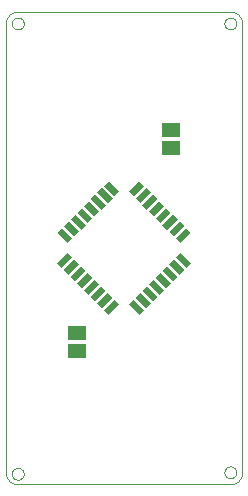
<source format=gbp>
G75*
G70*
%OFA0B0*%
%FSLAX24Y24*%
%IPPOS*%
%LPD*%
%AMOC8*
5,1,8,0,0,1.08239X$1,22.5*
%
%ADD10C,0.0000*%
%ADD11R,0.0500X0.0220*%
%ADD12R,0.0220X0.0500*%
%ADD13R,0.0630X0.0460*%
D10*
X000529Y001425D02*
X007615Y001425D01*
X007418Y001819D02*
X007420Y001846D01*
X007426Y001873D01*
X007435Y001899D01*
X007448Y001923D01*
X007464Y001946D01*
X007483Y001965D01*
X007505Y001982D01*
X007529Y001996D01*
X007554Y002006D01*
X007581Y002013D01*
X007608Y002016D01*
X007636Y002015D01*
X007663Y002010D01*
X007689Y002002D01*
X007713Y001990D01*
X007736Y001974D01*
X007757Y001956D01*
X007774Y001935D01*
X007789Y001911D01*
X007800Y001886D01*
X007808Y001860D01*
X007812Y001833D01*
X007812Y001805D01*
X007808Y001778D01*
X007800Y001752D01*
X007789Y001727D01*
X007774Y001703D01*
X007757Y001682D01*
X007736Y001664D01*
X007714Y001648D01*
X007689Y001636D01*
X007663Y001628D01*
X007636Y001623D01*
X007608Y001622D01*
X007581Y001625D01*
X007554Y001632D01*
X007529Y001642D01*
X007505Y001656D01*
X007483Y001673D01*
X007464Y001692D01*
X007448Y001715D01*
X007435Y001739D01*
X007426Y001765D01*
X007420Y001792D01*
X007418Y001819D01*
X007615Y001425D02*
X007654Y001427D01*
X007692Y001433D01*
X007729Y001442D01*
X007766Y001455D01*
X007801Y001472D01*
X007834Y001491D01*
X007865Y001514D01*
X007894Y001540D01*
X007920Y001569D01*
X007943Y001600D01*
X007962Y001633D01*
X007979Y001668D01*
X007992Y001705D01*
X008001Y001742D01*
X008007Y001780D01*
X008009Y001819D01*
X008009Y016780D01*
X007418Y016780D02*
X007420Y016807D01*
X007426Y016834D01*
X007435Y016860D01*
X007448Y016884D01*
X007464Y016907D01*
X007483Y016926D01*
X007505Y016943D01*
X007529Y016957D01*
X007554Y016967D01*
X007581Y016974D01*
X007608Y016977D01*
X007636Y016976D01*
X007663Y016971D01*
X007689Y016963D01*
X007713Y016951D01*
X007736Y016935D01*
X007757Y016917D01*
X007774Y016896D01*
X007789Y016872D01*
X007800Y016847D01*
X007808Y016821D01*
X007812Y016794D01*
X007812Y016766D01*
X007808Y016739D01*
X007800Y016713D01*
X007789Y016688D01*
X007774Y016664D01*
X007757Y016643D01*
X007736Y016625D01*
X007714Y016609D01*
X007689Y016597D01*
X007663Y016589D01*
X007636Y016584D01*
X007608Y016583D01*
X007581Y016586D01*
X007554Y016593D01*
X007529Y016603D01*
X007505Y016617D01*
X007483Y016634D01*
X007464Y016653D01*
X007448Y016676D01*
X007435Y016700D01*
X007426Y016726D01*
X007420Y016753D01*
X007418Y016780D01*
X007615Y017174D02*
X007654Y017172D01*
X007692Y017166D01*
X007729Y017157D01*
X007766Y017144D01*
X007801Y017127D01*
X007834Y017108D01*
X007865Y017085D01*
X007894Y017059D01*
X007920Y017030D01*
X007943Y016999D01*
X007962Y016966D01*
X007979Y016931D01*
X007992Y016894D01*
X008001Y016857D01*
X008007Y016819D01*
X008009Y016780D01*
X007615Y017173D02*
X000529Y017173D01*
X000332Y016780D02*
X000334Y016807D01*
X000340Y016834D01*
X000349Y016860D01*
X000362Y016884D01*
X000378Y016907D01*
X000397Y016926D01*
X000419Y016943D01*
X000443Y016957D01*
X000468Y016967D01*
X000495Y016974D01*
X000522Y016977D01*
X000550Y016976D01*
X000577Y016971D01*
X000603Y016963D01*
X000627Y016951D01*
X000650Y016935D01*
X000671Y016917D01*
X000688Y016896D01*
X000703Y016872D01*
X000714Y016847D01*
X000722Y016821D01*
X000726Y016794D01*
X000726Y016766D01*
X000722Y016739D01*
X000714Y016713D01*
X000703Y016688D01*
X000688Y016664D01*
X000671Y016643D01*
X000650Y016625D01*
X000628Y016609D01*
X000603Y016597D01*
X000577Y016589D01*
X000550Y016584D01*
X000522Y016583D01*
X000495Y016586D01*
X000468Y016593D01*
X000443Y016603D01*
X000419Y016617D01*
X000397Y016634D01*
X000378Y016653D01*
X000362Y016676D01*
X000349Y016700D01*
X000340Y016726D01*
X000334Y016753D01*
X000332Y016780D01*
X000135Y016780D02*
X000137Y016819D01*
X000143Y016857D01*
X000152Y016894D01*
X000165Y016931D01*
X000182Y016966D01*
X000201Y016999D01*
X000224Y017030D01*
X000250Y017059D01*
X000279Y017085D01*
X000310Y017108D01*
X000343Y017127D01*
X000378Y017144D01*
X000415Y017157D01*
X000452Y017166D01*
X000490Y017172D01*
X000529Y017174D01*
X000135Y016780D02*
X000135Y001819D01*
X000137Y001780D01*
X000143Y001742D01*
X000152Y001705D01*
X000165Y001668D01*
X000182Y001633D01*
X000201Y001600D01*
X000224Y001569D01*
X000250Y001540D01*
X000279Y001514D01*
X000310Y001491D01*
X000343Y001472D01*
X000378Y001455D01*
X000415Y001442D01*
X000452Y001433D01*
X000490Y001427D01*
X000529Y001425D01*
X000332Y001770D02*
X000334Y001797D01*
X000340Y001824D01*
X000349Y001850D01*
X000362Y001874D01*
X000378Y001897D01*
X000397Y001916D01*
X000419Y001933D01*
X000443Y001947D01*
X000468Y001957D01*
X000495Y001964D01*
X000522Y001967D01*
X000550Y001966D01*
X000577Y001961D01*
X000603Y001953D01*
X000627Y001941D01*
X000650Y001925D01*
X000671Y001907D01*
X000688Y001886D01*
X000703Y001862D01*
X000714Y001837D01*
X000722Y001811D01*
X000726Y001784D01*
X000726Y001756D01*
X000722Y001729D01*
X000714Y001703D01*
X000703Y001678D01*
X000688Y001654D01*
X000671Y001633D01*
X000650Y001615D01*
X000628Y001599D01*
X000603Y001587D01*
X000577Y001579D01*
X000550Y001574D01*
X000522Y001573D01*
X000495Y001576D01*
X000468Y001583D01*
X000443Y001593D01*
X000419Y001607D01*
X000397Y001624D01*
X000378Y001643D01*
X000362Y001666D01*
X000349Y001690D01*
X000340Y001716D01*
X000334Y001743D01*
X000332Y001770D01*
D11*
G36*
X001999Y009969D02*
X002351Y009617D01*
X002195Y009461D01*
X001843Y009813D01*
X001999Y009969D01*
G37*
G36*
X002222Y010191D02*
X002574Y009839D01*
X002418Y009683D01*
X002066Y010035D01*
X002222Y010191D01*
G37*
G36*
X002445Y010414D02*
X002797Y010062D01*
X002641Y009906D01*
X002289Y010258D01*
X002445Y010414D01*
G37*
G36*
X002668Y010637D02*
X003020Y010285D01*
X002864Y010129D01*
X002512Y010481D01*
X002668Y010637D01*
G37*
G36*
X002890Y010860D02*
X003242Y010508D01*
X003086Y010352D01*
X002734Y010704D01*
X002890Y010860D01*
G37*
G36*
X003113Y011082D02*
X003465Y010730D01*
X003309Y010574D01*
X002957Y010926D01*
X003113Y011082D01*
G37*
G36*
X003336Y011305D02*
X003688Y010953D01*
X003532Y010797D01*
X003180Y011149D01*
X003336Y011305D01*
G37*
G36*
X003558Y011528D02*
X003910Y011176D01*
X003754Y011020D01*
X003402Y011372D01*
X003558Y011528D01*
G37*
G36*
X005058Y008247D02*
X005410Y007895D01*
X005254Y007739D01*
X004902Y008091D01*
X005058Y008247D01*
G37*
G36*
X004835Y008024D02*
X005187Y007672D01*
X005031Y007516D01*
X004679Y007868D01*
X004835Y008024D01*
G37*
G36*
X004612Y007801D02*
X004964Y007449D01*
X004808Y007293D01*
X004456Y007645D01*
X004612Y007801D01*
G37*
G36*
X004389Y007579D02*
X004741Y007227D01*
X004585Y007071D01*
X004233Y007423D01*
X004389Y007579D01*
G37*
G36*
X005280Y008470D02*
X005632Y008118D01*
X005476Y007962D01*
X005124Y008314D01*
X005280Y008470D01*
G37*
G36*
X005503Y008692D02*
X005855Y008340D01*
X005699Y008184D01*
X005347Y008536D01*
X005503Y008692D01*
G37*
G36*
X005726Y008915D02*
X006078Y008563D01*
X005922Y008407D01*
X005570Y008759D01*
X005726Y008915D01*
G37*
G36*
X005948Y009138D02*
X006300Y008786D01*
X006144Y008630D01*
X005792Y008982D01*
X005948Y009138D01*
G37*
D12*
G36*
X006144Y009969D02*
X006300Y009813D01*
X005948Y009461D01*
X005792Y009617D01*
X006144Y009969D01*
G37*
G36*
X005922Y010191D02*
X006078Y010035D01*
X005726Y009683D01*
X005570Y009839D01*
X005922Y010191D01*
G37*
G36*
X005699Y010414D02*
X005855Y010258D01*
X005503Y009906D01*
X005347Y010062D01*
X005699Y010414D01*
G37*
G36*
X005476Y010637D02*
X005632Y010481D01*
X005280Y010129D01*
X005124Y010285D01*
X005476Y010637D01*
G37*
G36*
X005254Y010860D02*
X005410Y010704D01*
X005058Y010352D01*
X004902Y010508D01*
X005254Y010860D01*
G37*
G36*
X005031Y011082D02*
X005187Y010926D01*
X004835Y010574D01*
X004679Y010730D01*
X005031Y011082D01*
G37*
G36*
X004808Y011305D02*
X004964Y011149D01*
X004612Y010797D01*
X004456Y010953D01*
X004808Y011305D01*
G37*
G36*
X004585Y011528D02*
X004741Y011372D01*
X004389Y011020D01*
X004233Y011176D01*
X004585Y011528D01*
G37*
G36*
X003086Y008247D02*
X003242Y008091D01*
X002890Y007739D01*
X002734Y007895D01*
X003086Y008247D01*
G37*
G36*
X003309Y008024D02*
X003465Y007868D01*
X003113Y007516D01*
X002957Y007672D01*
X003309Y008024D01*
G37*
G36*
X003532Y007801D02*
X003688Y007645D01*
X003336Y007293D01*
X003180Y007449D01*
X003532Y007801D01*
G37*
G36*
X003754Y007579D02*
X003910Y007423D01*
X003558Y007071D01*
X003402Y007227D01*
X003754Y007579D01*
G37*
G36*
X002864Y008470D02*
X003020Y008314D01*
X002668Y007962D01*
X002512Y008118D01*
X002864Y008470D01*
G37*
G36*
X002641Y008692D02*
X002797Y008536D01*
X002445Y008184D01*
X002289Y008340D01*
X002641Y008692D01*
G37*
G36*
X002418Y008915D02*
X002574Y008759D01*
X002222Y008407D01*
X002066Y008563D01*
X002418Y008915D01*
G37*
G36*
X002195Y009138D02*
X002351Y008982D01*
X001999Y008630D01*
X001843Y008786D01*
X002195Y009138D01*
G37*
D13*
X002497Y006450D03*
X002497Y005850D03*
X005647Y012641D03*
X005647Y013241D03*
M02*

</source>
